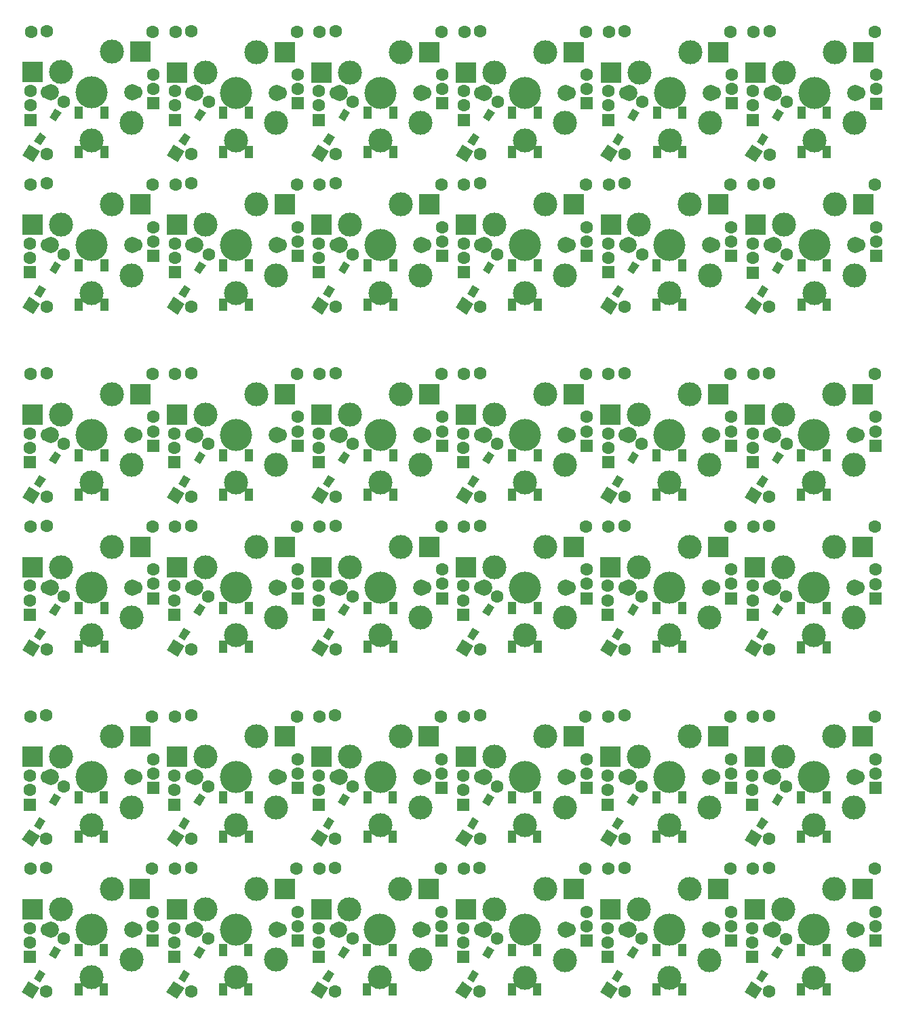
<source format=gbs>
G04 #@! TF.GenerationSoftware,KiCad,Pcbnew,(5.1.5)-3*
G04 #@! TF.CreationDate,2020-05-06T16:20:12+02:00*
G04 #@! TF.ProjectId,plaque,706c6171-7565-42e6-9b69-6361645f7063,1*
G04 #@! TF.SameCoordinates,Original*
G04 #@! TF.FileFunction,Soldermask,Bot*
G04 #@! TF.FilePolarity,Negative*
%FSLAX46Y46*%
G04 Gerber Fmt 4.6, Leading zero omitted, Abs format (unit mm)*
G04 Created by KiCad (PCBNEW (5.1.5)-3) date 2020-05-06 16:20:12*
%MOMM*%
%LPD*%
G04 APERTURE LIST*
%ADD10C,1.600000*%
%ADD11C,0.100000*%
%ADD12C,2.000000*%
%ADD13C,3.000000*%
%ADD14C,4.000000*%
%ADD15R,2.550000X2.500000*%
%ADD16R,1.000000X1.500000*%
%ADD17C,1.701800*%
%ADD18C,3.429000*%
%ADD19R,1.600000X1.600000*%
G04 APERTURE END LIST*
D10*
X125084040Y-129200920D03*
X123002040Y-123100920D03*
D11*
G36*
X123378913Y-130155473D02*
G01*
X122029487Y-129295793D01*
X122889167Y-127946367D01*
X124238593Y-128806047D01*
X123378913Y-130155473D01*
G37*
D10*
X127228263Y-122624277D03*
D12*
X135764040Y-121500920D03*
D13*
X133224040Y-116420920D03*
D14*
X130684040Y-121500920D03*
D13*
X126874040Y-118960920D03*
D12*
X125604040Y-121500920D03*
D15*
X136774040Y-116420920D03*
X123324040Y-118960920D03*
D10*
X104957880Y-121298380D03*
X107039880Y-129198380D03*
X104957880Y-123098380D03*
D16*
X111028480Y-128922780D03*
X114228480Y-128922780D03*
X111028480Y-124022780D03*
X114228480Y-124022780D03*
D11*
G36*
X106241246Y-128101802D02*
G01*
X105440024Y-127591367D01*
X106138514Y-126494958D01*
X106939736Y-127005393D01*
X106241246Y-128101802D01*
G37*
G36*
X108148660Y-125107762D02*
G01*
X107347438Y-124597327D01*
X108045928Y-123500918D01*
X108847150Y-124011353D01*
X108148660Y-125107762D01*
G37*
D17*
X118139880Y-121498380D03*
X107139880Y-121498380D03*
D13*
X117639880Y-125248380D03*
D18*
X112639880Y-121498380D03*
D13*
X112639880Y-127448380D03*
D19*
X120339880Y-122848380D03*
D12*
X117712260Y-140530600D03*
D13*
X115172260Y-135450600D03*
D14*
X112632260Y-140530600D03*
D13*
X108822260Y-137990600D03*
D12*
X107552260Y-140530600D03*
D15*
X118722260Y-135450600D03*
X105272260Y-137990600D03*
D17*
X136176420Y-140533140D03*
X125176420Y-140533140D03*
D13*
X135676420Y-144283140D03*
D18*
X130676420Y-140533140D03*
D13*
X130676420Y-146483140D03*
D10*
X125076420Y-148233140D03*
D15*
X123316420Y-137993140D03*
X136766420Y-135453140D03*
D12*
X125596420Y-140533140D03*
D13*
X126866420Y-137993140D03*
D14*
X130676420Y-140533140D03*
D13*
X133216420Y-135453140D03*
D12*
X135756420Y-140533140D03*
D19*
X138384040Y-122850920D03*
D11*
G36*
X105327133Y-149185153D02*
G01*
X103977707Y-148325473D01*
X104837387Y-146976047D01*
X106186813Y-147835727D01*
X105327133Y-149185153D01*
G37*
D10*
X109176483Y-141653957D03*
D11*
G36*
X124277786Y-147136562D02*
G01*
X123476564Y-146626127D01*
X124175054Y-145529718D01*
X124976276Y-146040153D01*
X124277786Y-147136562D01*
G37*
G36*
X126185200Y-144142522D02*
G01*
X125383978Y-143632087D01*
X126082468Y-142535678D01*
X126883690Y-143046113D01*
X126185200Y-144142522D01*
G37*
D19*
X138376420Y-141883140D03*
D16*
X132272640Y-124025320D03*
X129072640Y-124025320D03*
X132272640Y-128925320D03*
X129072640Y-128925320D03*
D10*
X122994420Y-140333140D03*
X125076420Y-132833140D03*
X138376420Y-140083140D03*
X138384040Y-119250920D03*
X123076420Y-132933140D03*
X107032260Y-148230600D03*
X138284040Y-113900920D03*
X104950260Y-142130600D03*
X138376420Y-138283140D03*
X122994420Y-142133140D03*
D11*
G36*
X126192820Y-125110302D02*
G01*
X125391598Y-124599867D01*
X126090088Y-123503458D01*
X126891310Y-124013893D01*
X126192820Y-125110302D01*
G37*
G36*
X124285406Y-128104342D02*
G01*
X123484184Y-127593907D01*
X124182674Y-126497498D01*
X124983896Y-127007933D01*
X124285406Y-128104342D01*
G37*
D13*
X130684040Y-127450920D03*
D18*
X130684040Y-121500920D03*
D13*
X135684040Y-125250920D03*
D17*
X125184040Y-121500920D03*
X136184040Y-121500920D03*
D10*
X127220643Y-141656497D03*
D11*
G36*
X123371293Y-149187693D02*
G01*
X122021867Y-148328013D01*
X122881547Y-146978587D01*
X124230973Y-147838267D01*
X123371293Y-149187693D01*
G37*
D10*
X123002040Y-121300920D03*
X109184103Y-122621737D03*
D11*
G36*
X105334753Y-130152933D02*
G01*
X103985327Y-129293253D01*
X104845007Y-127943827D01*
X106194433Y-128803507D01*
X105334753Y-130152933D01*
G37*
D10*
X123084040Y-113900920D03*
D19*
X122994420Y-143933140D03*
D15*
X105279880Y-118958380D03*
X118729880Y-116418380D03*
D12*
X107559880Y-121498380D03*
D13*
X108829880Y-118958380D03*
D14*
X112639880Y-121498380D03*
D13*
X115179880Y-116418380D03*
D12*
X117719880Y-121498380D03*
D16*
X129065020Y-147957540D03*
X132265020Y-147957540D03*
X129065020Y-143057540D03*
X132265020Y-143057540D03*
D10*
X125084040Y-113800920D03*
X138276420Y-132933140D03*
X107039880Y-113798380D03*
D19*
X123002040Y-124900920D03*
D10*
X104950260Y-140330600D03*
D11*
G36*
X70142766Y-128099262D02*
G01*
X69341544Y-127588827D01*
X70040034Y-126492418D01*
X70841256Y-127002853D01*
X70142766Y-128099262D01*
G37*
G36*
X72050180Y-125105222D02*
G01*
X71248958Y-124594787D01*
X71947448Y-123498378D01*
X72748670Y-124008813D01*
X72050180Y-125105222D01*
G37*
D10*
X70941400Y-113795840D03*
X88977940Y-132830600D03*
D16*
X92966540Y-147955000D03*
X96166540Y-147955000D03*
X92966540Y-143055000D03*
X96166540Y-143055000D03*
D17*
X82041400Y-121495840D03*
X71041400Y-121495840D03*
D13*
X81541400Y-125245840D03*
D18*
X76541400Y-121495840D03*
D13*
X76541400Y-127445840D03*
D19*
X86895940Y-143930600D03*
D10*
X68851780Y-140328060D03*
X91122163Y-141653957D03*
D11*
G36*
X87272813Y-149185153D02*
G01*
X85923387Y-148325473D01*
X86783067Y-146976047D01*
X88132493Y-147835727D01*
X87272813Y-149185153D01*
G37*
D10*
X86895940Y-140330600D03*
D11*
G36*
X88179306Y-147134022D02*
G01*
X87378084Y-146623587D01*
X88076574Y-145527178D01*
X88877796Y-146037613D01*
X88179306Y-147134022D01*
G37*
G36*
X90086720Y-144139982D02*
G01*
X89285498Y-143629547D01*
X89983988Y-142533138D01*
X90785210Y-143043573D01*
X90086720Y-144139982D01*
G37*
D10*
X102285560Y-119248380D03*
D15*
X69181400Y-118955840D03*
X82631400Y-116415840D03*
D12*
X71461400Y-121495840D03*
D13*
X72731400Y-118955840D03*
D14*
X76541400Y-121495840D03*
D13*
X79081400Y-116415840D03*
D12*
X81621400Y-121495840D03*
D16*
X74930000Y-128920240D03*
X78130000Y-128920240D03*
X74930000Y-124020240D03*
X78130000Y-124020240D03*
D10*
X88977940Y-148230600D03*
X70941400Y-129195840D03*
D13*
X94585560Y-127448380D03*
D18*
X94585560Y-121498380D03*
D13*
X99585560Y-125248380D03*
D17*
X89085560Y-121498380D03*
X100085560Y-121498380D03*
D19*
X86903560Y-124898380D03*
D10*
X86895940Y-142130600D03*
X73085623Y-122619197D03*
D11*
G36*
X69236273Y-130150393D02*
G01*
X67886847Y-129290713D01*
X68746527Y-127941287D01*
X70095953Y-128800967D01*
X69236273Y-130150393D01*
G37*
D10*
X68859400Y-123095840D03*
D19*
X102285560Y-122848380D03*
D10*
X88985560Y-113798380D03*
X70933780Y-148228060D03*
D19*
X102277940Y-141880600D03*
D11*
G36*
X90094340Y-125107762D02*
G01*
X89293118Y-124597327D01*
X89991608Y-123500918D01*
X90792830Y-124011353D01*
X90094340Y-125107762D01*
G37*
G36*
X88186926Y-128101802D02*
G01*
X87385704Y-127591367D01*
X88084194Y-126494958D01*
X88885416Y-127005393D01*
X88186926Y-128101802D01*
G37*
D15*
X87217940Y-137990600D03*
X100667940Y-135450600D03*
D12*
X89497940Y-140530600D03*
D13*
X90767940Y-137990600D03*
D14*
X94577940Y-140530600D03*
D13*
X97117940Y-135450600D03*
D12*
X99657940Y-140530600D03*
D16*
X96174160Y-124022780D03*
X92974160Y-124022780D03*
X96174160Y-128922780D03*
X92974160Y-128922780D03*
D10*
X102177940Y-132930600D03*
X86977940Y-132930600D03*
D17*
X100077940Y-140530600D03*
X89077940Y-140530600D03*
D13*
X99577940Y-144280600D03*
D18*
X94577940Y-140530600D03*
D13*
X94577940Y-146480600D03*
D10*
X102185560Y-113898380D03*
D19*
X84241400Y-122845840D03*
D10*
X86985560Y-113898380D03*
X120339880Y-121048380D03*
X120339880Y-119248380D03*
D11*
G36*
X108141040Y-144139982D02*
G01*
X107339818Y-143629547D01*
X108038308Y-142533138D01*
X108839530Y-143043573D01*
X108141040Y-144139982D01*
G37*
G36*
X106233626Y-147134022D02*
G01*
X105432404Y-146623587D01*
X106130894Y-145527178D01*
X106932116Y-146037613D01*
X106233626Y-147134022D01*
G37*
D10*
X105032260Y-132930600D03*
X120232260Y-132930600D03*
X107032260Y-132830600D03*
D19*
X104957880Y-124898380D03*
X120332260Y-141880600D03*
D10*
X120332260Y-140080600D03*
X138384040Y-121050920D03*
D19*
X104950260Y-143930600D03*
D10*
X120239880Y-113898380D03*
X105039880Y-113898380D03*
D16*
X114220860Y-143055000D03*
X111020860Y-143055000D03*
X114220860Y-147955000D03*
X111020860Y-147955000D03*
D13*
X112632260Y-146480600D03*
D18*
X112632260Y-140530600D03*
D13*
X117632260Y-144280600D03*
D17*
X107132260Y-140530600D03*
X118132260Y-140530600D03*
D19*
X68851780Y-143928060D03*
D10*
X70933780Y-132828060D03*
X102277940Y-138280600D03*
X102285560Y-121048380D03*
X84141400Y-113895840D03*
X84233780Y-138278060D03*
X84233780Y-140078060D03*
X68941400Y-113895840D03*
X102277940Y-140080600D03*
X68933780Y-132928060D03*
D13*
X76533780Y-146478060D03*
D18*
X76533780Y-140528060D03*
D13*
X81533780Y-144278060D03*
D17*
X71033780Y-140528060D03*
X82033780Y-140528060D03*
D16*
X78122380Y-143052460D03*
X74922380Y-143052460D03*
X78122380Y-147952460D03*
X74922380Y-147952460D03*
D10*
X84133780Y-132928060D03*
D19*
X84233780Y-141878060D03*
D10*
X84241400Y-121045840D03*
X84241400Y-119245840D03*
D19*
X68859400Y-124895840D03*
D12*
X81613780Y-140528060D03*
D13*
X79073780Y-135448060D03*
D14*
X76533780Y-140528060D03*
D13*
X72723780Y-137988060D03*
D12*
X71453780Y-140528060D03*
D15*
X82623780Y-135448060D03*
X69173780Y-137988060D03*
D11*
G36*
X69228653Y-149182613D02*
G01*
X67879227Y-148322933D01*
X68738907Y-146973507D01*
X70088333Y-147833187D01*
X69228653Y-149182613D01*
G37*
D10*
X73078003Y-141651417D03*
D11*
G36*
X72042560Y-144137442D02*
G01*
X71241338Y-143627007D01*
X71939828Y-142530598D01*
X72741050Y-143041033D01*
X72042560Y-144137442D01*
G37*
G36*
X70135146Y-147131482D02*
G01*
X69333924Y-146621047D01*
X70032414Y-145524638D01*
X70833636Y-146035073D01*
X70135146Y-147131482D01*
G37*
D10*
X68851780Y-142128060D03*
X120332260Y-138280600D03*
X86903560Y-121298380D03*
X86903560Y-123098380D03*
X68859400Y-121295840D03*
D11*
G36*
X87280433Y-130152933D02*
G01*
X85931007Y-129293253D01*
X86790687Y-127943827D01*
X88140113Y-128803507D01*
X87280433Y-130152933D01*
G37*
D10*
X91129783Y-122621737D03*
X88985560Y-129198380D03*
D12*
X99665560Y-121498380D03*
D13*
X97125560Y-116418380D03*
D14*
X94585560Y-121498380D03*
D13*
X90775560Y-118958380D03*
D12*
X89505560Y-121498380D03*
D15*
X100675560Y-116418380D03*
X87225560Y-118958380D03*
D10*
X50843180Y-123095840D03*
X55069403Y-122619197D03*
D11*
G36*
X51220053Y-130150393D02*
G01*
X49870627Y-129290713D01*
X50730307Y-127941287D01*
X52079733Y-128800967D01*
X51220053Y-130150393D01*
G37*
D15*
X51165180Y-118955840D03*
X64615180Y-116415840D03*
D12*
X53445180Y-121495840D03*
D13*
X54715180Y-118955840D03*
D14*
X58525180Y-121495840D03*
D13*
X61065180Y-116415840D03*
D12*
X63605180Y-121495840D03*
D10*
X52925180Y-129195840D03*
X50843180Y-121295840D03*
X32799020Y-121293300D03*
X34881020Y-129193300D03*
D12*
X45561020Y-121493300D03*
D13*
X43021020Y-116413300D03*
D14*
X40481020Y-121493300D03*
D13*
X36671020Y-118953300D03*
D12*
X35401020Y-121493300D03*
D15*
X46571020Y-116413300D03*
X33121020Y-118953300D03*
D11*
G36*
X33175893Y-130147853D02*
G01*
X31826467Y-129288173D01*
X32686147Y-127938747D01*
X34035573Y-128798427D01*
X33175893Y-130147853D01*
G37*
D10*
X37025243Y-122616657D03*
X32799020Y-123093300D03*
D16*
X42069620Y-124017700D03*
X38869620Y-124017700D03*
X42069620Y-128917700D03*
X38869620Y-128917700D03*
D11*
G36*
X35989800Y-125102682D02*
G01*
X35188578Y-124592247D01*
X35887068Y-123495838D01*
X36688290Y-124006273D01*
X35989800Y-125102682D01*
G37*
G36*
X34082386Y-128096722D02*
G01*
X33281164Y-127586287D01*
X33979654Y-126489878D01*
X34780876Y-127000313D01*
X34082386Y-128096722D01*
G37*
D10*
X34881020Y-113793300D03*
D13*
X40481020Y-127443300D03*
D18*
X40481020Y-121493300D03*
D13*
X45481020Y-125243300D03*
D17*
X34981020Y-121493300D03*
X45981020Y-121493300D03*
D19*
X48181020Y-122843300D03*
D10*
X52925180Y-113795840D03*
D17*
X64025180Y-121495840D03*
X53025180Y-121495840D03*
D13*
X63525180Y-125245840D03*
D18*
X58525180Y-121495840D03*
D13*
X58525180Y-127445840D03*
D10*
X52917560Y-148228060D03*
D12*
X63597560Y-140528060D03*
D13*
X61057560Y-135448060D03*
D14*
X58517560Y-140528060D03*
D13*
X54707560Y-137988060D03*
D12*
X53437560Y-140528060D03*
D15*
X64607560Y-135448060D03*
X51157560Y-137988060D03*
D11*
G36*
X51212433Y-149182613D02*
G01*
X49863007Y-148322933D01*
X50722687Y-146973507D01*
X52072113Y-147833187D01*
X51212433Y-149182613D01*
G37*
D10*
X55061783Y-141651417D03*
X50835560Y-142128060D03*
D19*
X66217560Y-141878060D03*
D10*
X50925180Y-113895840D03*
X52917560Y-132828060D03*
D16*
X56913780Y-128920240D03*
X60113780Y-128920240D03*
X56913780Y-124020240D03*
X60113780Y-124020240D03*
D11*
G36*
X52126546Y-128099262D02*
G01*
X51325324Y-127588827D01*
X52023814Y-126492418D01*
X52825036Y-127002853D01*
X52126546Y-128099262D01*
G37*
G36*
X54033960Y-125105222D02*
G01*
X53232738Y-124594787D01*
X53931228Y-123498378D01*
X54732450Y-124008813D01*
X54033960Y-125105222D01*
G37*
D19*
X66225180Y-122845840D03*
D10*
X50835560Y-140328060D03*
D19*
X50835560Y-143928060D03*
D10*
X66117560Y-132928060D03*
D16*
X60106160Y-143052460D03*
X56906160Y-143052460D03*
X60106160Y-147952460D03*
X56906160Y-147952460D03*
D10*
X32791400Y-140325520D03*
D11*
G36*
X54026340Y-144137442D02*
G01*
X53225118Y-143627007D01*
X53923608Y-142530598D01*
X54724830Y-143041033D01*
X54026340Y-144137442D01*
G37*
G36*
X52118926Y-147131482D02*
G01*
X51317704Y-146621047D01*
X52016194Y-145524638D01*
X52817416Y-146035073D01*
X52118926Y-147131482D01*
G37*
D19*
X50843180Y-124895840D03*
D10*
X34873400Y-148225520D03*
X50917560Y-132928060D03*
D13*
X58517560Y-146478060D03*
D18*
X58517560Y-140528060D03*
D13*
X63517560Y-144278060D03*
D17*
X53017560Y-140528060D03*
X64017560Y-140528060D03*
D10*
X66125180Y-113895840D03*
X66225180Y-119245840D03*
X66217560Y-140078060D03*
X66217560Y-138278060D03*
D15*
X33113400Y-137985520D03*
X46563400Y-135445520D03*
D12*
X35393400Y-140525520D03*
D13*
X36663400Y-137985520D03*
D14*
X40473400Y-140525520D03*
D13*
X43013400Y-135445520D03*
D12*
X45553400Y-140525520D03*
D10*
X37017623Y-141648877D03*
D11*
G36*
X33168273Y-149180073D02*
G01*
X31818847Y-148320393D01*
X32678527Y-146970967D01*
X34027953Y-147830647D01*
X33168273Y-149180073D01*
G37*
D10*
X32791400Y-142125520D03*
X66225180Y-121045840D03*
X48073400Y-132925520D03*
D19*
X32791400Y-143925520D03*
X48173400Y-141875520D03*
D10*
X32881020Y-113893300D03*
D16*
X38862000Y-147949920D03*
X42062000Y-147949920D03*
X38862000Y-143049920D03*
X42062000Y-143049920D03*
D10*
X34873400Y-132825520D03*
X32873400Y-132925520D03*
D17*
X45973400Y-140525520D03*
X34973400Y-140525520D03*
D13*
X45473400Y-144275520D03*
D18*
X40473400Y-140525520D03*
D13*
X40473400Y-146475520D03*
D10*
X48181020Y-121043300D03*
X48181020Y-119243300D03*
X48081020Y-113893300D03*
D19*
X32799020Y-124893300D03*
D11*
G36*
X34074766Y-147128942D02*
G01*
X33273544Y-146618507D01*
X33972034Y-145522098D01*
X34773256Y-146032533D01*
X34074766Y-147128942D01*
G37*
G36*
X35982180Y-144134902D02*
G01*
X35180958Y-143624467D01*
X35879448Y-142528058D01*
X36680670Y-143038493D01*
X35982180Y-144134902D01*
G37*
D10*
X48173400Y-140075520D03*
X48173400Y-138275520D03*
X125111980Y-86493360D03*
X123029980Y-80393360D03*
D11*
G36*
X123406853Y-87447913D02*
G01*
X122057427Y-86588233D01*
X122917107Y-85238807D01*
X124266533Y-86098487D01*
X123406853Y-87447913D01*
G37*
D10*
X127256203Y-79916717D03*
D12*
X135791980Y-78793360D03*
D13*
X133251980Y-73713360D03*
D14*
X130711980Y-78793360D03*
D13*
X126901980Y-76253360D03*
D12*
X125631980Y-78793360D03*
D15*
X136801980Y-73713360D03*
X123351980Y-76253360D03*
D10*
X104985820Y-78590820D03*
X107067820Y-86490820D03*
X104985820Y-80390820D03*
D16*
X111056420Y-86215220D03*
X114256420Y-86215220D03*
X111056420Y-81315220D03*
X114256420Y-81315220D03*
D11*
G36*
X106269186Y-85394242D02*
G01*
X105467964Y-84883807D01*
X106166454Y-83787398D01*
X106967676Y-84297833D01*
X106269186Y-85394242D01*
G37*
G36*
X108176600Y-82400202D02*
G01*
X107375378Y-81889767D01*
X108073868Y-80793358D01*
X108875090Y-81303793D01*
X108176600Y-82400202D01*
G37*
D17*
X118167820Y-78790820D03*
X107167820Y-78790820D03*
D13*
X117667820Y-82540820D03*
D18*
X112667820Y-78790820D03*
D13*
X112667820Y-84740820D03*
D19*
X120367820Y-80140820D03*
D12*
X117740200Y-97823040D03*
D13*
X115200200Y-92743040D03*
D14*
X112660200Y-97823040D03*
D13*
X108850200Y-95283040D03*
D12*
X107580200Y-97823040D03*
D15*
X118750200Y-92743040D03*
X105300200Y-95283040D03*
D17*
X136204360Y-97825580D03*
X125204360Y-97825580D03*
D13*
X135704360Y-101575580D03*
D18*
X130704360Y-97825580D03*
D13*
X130704360Y-103775580D03*
D10*
X125104360Y-105525580D03*
D15*
X123344360Y-95285580D03*
X136794360Y-92745580D03*
D12*
X125624360Y-97825580D03*
D13*
X126894360Y-95285580D03*
D14*
X130704360Y-97825580D03*
D13*
X133244360Y-92745580D03*
D12*
X135784360Y-97825580D03*
D19*
X138411980Y-80143360D03*
D11*
G36*
X105355073Y-106477593D02*
G01*
X104005647Y-105617913D01*
X104865327Y-104268487D01*
X106214753Y-105128167D01*
X105355073Y-106477593D01*
G37*
D10*
X109204423Y-98946397D03*
D11*
G36*
X124305726Y-104429002D02*
G01*
X123504504Y-103918567D01*
X124202994Y-102822158D01*
X125004216Y-103332593D01*
X124305726Y-104429002D01*
G37*
G36*
X126213140Y-101434962D02*
G01*
X125411918Y-100924527D01*
X126110408Y-99828118D01*
X126911630Y-100338553D01*
X126213140Y-101434962D01*
G37*
D19*
X138404360Y-99175580D03*
D16*
X132300580Y-81317760D03*
X129100580Y-81317760D03*
X132300580Y-86217760D03*
X129100580Y-86217760D03*
D10*
X123022360Y-97625580D03*
X125104360Y-90125580D03*
X138404360Y-97375580D03*
X138411980Y-76543360D03*
X123104360Y-90225580D03*
X107060200Y-105523040D03*
X138311980Y-71193360D03*
X104978200Y-99423040D03*
X138404360Y-95575580D03*
X123022360Y-99425580D03*
D11*
G36*
X126220760Y-82402742D02*
G01*
X125419538Y-81892307D01*
X126118028Y-80795898D01*
X126919250Y-81306333D01*
X126220760Y-82402742D01*
G37*
G36*
X124313346Y-85396782D02*
G01*
X123512124Y-84886347D01*
X124210614Y-83789938D01*
X125011836Y-84300373D01*
X124313346Y-85396782D01*
G37*
D13*
X130711980Y-84743360D03*
D18*
X130711980Y-78793360D03*
D13*
X135711980Y-82543360D03*
D17*
X125211980Y-78793360D03*
X136211980Y-78793360D03*
D10*
X127248583Y-98948937D03*
D11*
G36*
X123399233Y-106480133D02*
G01*
X122049807Y-105620453D01*
X122909487Y-104271027D01*
X124258913Y-105130707D01*
X123399233Y-106480133D01*
G37*
D10*
X123029980Y-78593360D03*
X109212043Y-79914177D03*
D11*
G36*
X105362693Y-87445373D02*
G01*
X104013267Y-86585693D01*
X104872947Y-85236267D01*
X106222373Y-86095947D01*
X105362693Y-87445373D01*
G37*
D10*
X123111980Y-71193360D03*
D19*
X123022360Y-101225580D03*
D15*
X105307820Y-76250820D03*
X118757820Y-73710820D03*
D12*
X107587820Y-78790820D03*
D13*
X108857820Y-76250820D03*
D14*
X112667820Y-78790820D03*
D13*
X115207820Y-73710820D03*
D12*
X117747820Y-78790820D03*
D16*
X129092960Y-105249980D03*
X132292960Y-105249980D03*
X129092960Y-100349980D03*
X132292960Y-100349980D03*
D10*
X125111980Y-71093360D03*
X138304360Y-90225580D03*
X107067820Y-71090820D03*
D19*
X123029980Y-82193360D03*
D10*
X104978200Y-97623040D03*
D11*
G36*
X70170706Y-85391702D02*
G01*
X69369484Y-84881267D01*
X70067974Y-83784858D01*
X70869196Y-84295293D01*
X70170706Y-85391702D01*
G37*
G36*
X72078120Y-82397662D02*
G01*
X71276898Y-81887227D01*
X71975388Y-80790818D01*
X72776610Y-81301253D01*
X72078120Y-82397662D01*
G37*
D10*
X70969340Y-71088280D03*
X89005880Y-90123040D03*
D16*
X92994480Y-105247440D03*
X96194480Y-105247440D03*
X92994480Y-100347440D03*
X96194480Y-100347440D03*
D17*
X82069340Y-78788280D03*
X71069340Y-78788280D03*
D13*
X81569340Y-82538280D03*
D18*
X76569340Y-78788280D03*
D13*
X76569340Y-84738280D03*
D19*
X86923880Y-101223040D03*
D10*
X68879720Y-97620500D03*
X91150103Y-98946397D03*
D11*
G36*
X87300753Y-106477593D02*
G01*
X85951327Y-105617913D01*
X86811007Y-104268487D01*
X88160433Y-105128167D01*
X87300753Y-106477593D01*
G37*
D10*
X86923880Y-97623040D03*
D11*
G36*
X88207246Y-104426462D02*
G01*
X87406024Y-103916027D01*
X88104514Y-102819618D01*
X88905736Y-103330053D01*
X88207246Y-104426462D01*
G37*
G36*
X90114660Y-101432422D02*
G01*
X89313438Y-100921987D01*
X90011928Y-99825578D01*
X90813150Y-100336013D01*
X90114660Y-101432422D01*
G37*
D10*
X102313500Y-76540820D03*
D15*
X69209340Y-76248280D03*
X82659340Y-73708280D03*
D12*
X71489340Y-78788280D03*
D13*
X72759340Y-76248280D03*
D14*
X76569340Y-78788280D03*
D13*
X79109340Y-73708280D03*
D12*
X81649340Y-78788280D03*
D16*
X74957940Y-86212680D03*
X78157940Y-86212680D03*
X74957940Y-81312680D03*
X78157940Y-81312680D03*
D10*
X89005880Y-105523040D03*
X70969340Y-86488280D03*
D13*
X94613500Y-84740820D03*
D18*
X94613500Y-78790820D03*
D13*
X99613500Y-82540820D03*
D17*
X89113500Y-78790820D03*
X100113500Y-78790820D03*
D19*
X86931500Y-82190820D03*
D10*
X86923880Y-99423040D03*
X73113563Y-79911637D03*
D11*
G36*
X69264213Y-87442833D02*
G01*
X67914787Y-86583153D01*
X68774467Y-85233727D01*
X70123893Y-86093407D01*
X69264213Y-87442833D01*
G37*
D10*
X68887340Y-80388280D03*
D19*
X102313500Y-80140820D03*
D10*
X89013500Y-71090820D03*
X70961720Y-105520500D03*
D19*
X102305880Y-99173040D03*
D11*
G36*
X90122280Y-82400202D02*
G01*
X89321058Y-81889767D01*
X90019548Y-80793358D01*
X90820770Y-81303793D01*
X90122280Y-82400202D01*
G37*
G36*
X88214866Y-85394242D02*
G01*
X87413644Y-84883807D01*
X88112134Y-83787398D01*
X88913356Y-84297833D01*
X88214866Y-85394242D01*
G37*
D15*
X87245880Y-95283040D03*
X100695880Y-92743040D03*
D12*
X89525880Y-97823040D03*
D13*
X90795880Y-95283040D03*
D14*
X94605880Y-97823040D03*
D13*
X97145880Y-92743040D03*
D12*
X99685880Y-97823040D03*
D16*
X96202100Y-81315220D03*
X93002100Y-81315220D03*
X96202100Y-86215220D03*
X93002100Y-86215220D03*
D10*
X102205880Y-90223040D03*
X87005880Y-90223040D03*
D17*
X100105880Y-97823040D03*
X89105880Y-97823040D03*
D13*
X99605880Y-101573040D03*
D18*
X94605880Y-97823040D03*
D13*
X94605880Y-103773040D03*
D10*
X102213500Y-71190820D03*
D19*
X84269340Y-80138280D03*
D10*
X87013500Y-71190820D03*
X120367820Y-78340820D03*
X120367820Y-76540820D03*
D11*
G36*
X108168980Y-101432422D02*
G01*
X107367758Y-100921987D01*
X108066248Y-99825578D01*
X108867470Y-100336013D01*
X108168980Y-101432422D01*
G37*
G36*
X106261566Y-104426462D02*
G01*
X105460344Y-103916027D01*
X106158834Y-102819618D01*
X106960056Y-103330053D01*
X106261566Y-104426462D01*
G37*
D10*
X105060200Y-90223040D03*
X120260200Y-90223040D03*
X107060200Y-90123040D03*
D19*
X104985820Y-82190820D03*
X120360200Y-99173040D03*
D10*
X120360200Y-97373040D03*
X138411980Y-78343360D03*
D19*
X104978200Y-101223040D03*
D10*
X120267820Y-71190820D03*
X105067820Y-71190820D03*
D16*
X114248800Y-100347440D03*
X111048800Y-100347440D03*
X114248800Y-105247440D03*
X111048800Y-105247440D03*
D13*
X112660200Y-103773040D03*
D18*
X112660200Y-97823040D03*
D13*
X117660200Y-101573040D03*
D17*
X107160200Y-97823040D03*
X118160200Y-97823040D03*
D19*
X68879720Y-101220500D03*
D10*
X70961720Y-90120500D03*
X102305880Y-95573040D03*
X102313500Y-78340820D03*
X84169340Y-71188280D03*
X84261720Y-95570500D03*
X84261720Y-97370500D03*
X68969340Y-71188280D03*
X102305880Y-97373040D03*
X68961720Y-90220500D03*
D13*
X76561720Y-103770500D03*
D18*
X76561720Y-97820500D03*
D13*
X81561720Y-101570500D03*
D17*
X71061720Y-97820500D03*
X82061720Y-97820500D03*
D16*
X78150320Y-100344900D03*
X74950320Y-100344900D03*
X78150320Y-105244900D03*
X74950320Y-105244900D03*
D10*
X84161720Y-90220500D03*
D19*
X84261720Y-99170500D03*
D10*
X84269340Y-78338280D03*
X84269340Y-76538280D03*
D19*
X68887340Y-82188280D03*
D12*
X81641720Y-97820500D03*
D13*
X79101720Y-92740500D03*
D14*
X76561720Y-97820500D03*
D13*
X72751720Y-95280500D03*
D12*
X71481720Y-97820500D03*
D15*
X82651720Y-92740500D03*
X69201720Y-95280500D03*
D11*
G36*
X69256593Y-106475053D02*
G01*
X67907167Y-105615373D01*
X68766847Y-104265947D01*
X70116273Y-105125627D01*
X69256593Y-106475053D01*
G37*
D10*
X73105943Y-98943857D03*
D11*
G36*
X72070500Y-101429882D02*
G01*
X71269278Y-100919447D01*
X71967768Y-99823038D01*
X72768990Y-100333473D01*
X72070500Y-101429882D01*
G37*
G36*
X70163086Y-104423922D02*
G01*
X69361864Y-103913487D01*
X70060354Y-102817078D01*
X70861576Y-103327513D01*
X70163086Y-104423922D01*
G37*
D10*
X68879720Y-99420500D03*
X120360200Y-95573040D03*
X86931500Y-78590820D03*
X86931500Y-80390820D03*
X68887340Y-78588280D03*
D11*
G36*
X87308373Y-87445373D02*
G01*
X85958947Y-86585693D01*
X86818627Y-85236267D01*
X88168053Y-86095947D01*
X87308373Y-87445373D01*
G37*
D10*
X91157723Y-79914177D03*
X89013500Y-86490820D03*
D12*
X99693500Y-78790820D03*
D13*
X97153500Y-73710820D03*
D14*
X94613500Y-78790820D03*
D13*
X90803500Y-76250820D03*
D12*
X89533500Y-78790820D03*
D15*
X100703500Y-73710820D03*
X87253500Y-76250820D03*
D10*
X50871120Y-80388280D03*
X55097343Y-79911637D03*
D11*
G36*
X51247993Y-87442833D02*
G01*
X49898567Y-86583153D01*
X50758247Y-85233727D01*
X52107673Y-86093407D01*
X51247993Y-87442833D01*
G37*
D15*
X51193120Y-76248280D03*
X64643120Y-73708280D03*
D12*
X53473120Y-78788280D03*
D13*
X54743120Y-76248280D03*
D14*
X58553120Y-78788280D03*
D13*
X61093120Y-73708280D03*
D12*
X63633120Y-78788280D03*
D10*
X52953120Y-86488280D03*
X50871120Y-78588280D03*
X32826960Y-78585740D03*
X34908960Y-86485740D03*
D12*
X45588960Y-78785740D03*
D13*
X43048960Y-73705740D03*
D14*
X40508960Y-78785740D03*
D13*
X36698960Y-76245740D03*
D12*
X35428960Y-78785740D03*
D15*
X46598960Y-73705740D03*
X33148960Y-76245740D03*
D11*
G36*
X33203833Y-87440293D02*
G01*
X31854407Y-86580613D01*
X32714087Y-85231187D01*
X34063513Y-86090867D01*
X33203833Y-87440293D01*
G37*
D10*
X37053183Y-79909097D03*
X32826960Y-80385740D03*
D16*
X42097560Y-81310140D03*
X38897560Y-81310140D03*
X42097560Y-86210140D03*
X38897560Y-86210140D03*
D11*
G36*
X36017740Y-82395122D02*
G01*
X35216518Y-81884687D01*
X35915008Y-80788278D01*
X36716230Y-81298713D01*
X36017740Y-82395122D01*
G37*
G36*
X34110326Y-85389162D02*
G01*
X33309104Y-84878727D01*
X34007594Y-83782318D01*
X34808816Y-84292753D01*
X34110326Y-85389162D01*
G37*
D10*
X34908960Y-71085740D03*
D13*
X40508960Y-84735740D03*
D18*
X40508960Y-78785740D03*
D13*
X45508960Y-82535740D03*
D17*
X35008960Y-78785740D03*
X46008960Y-78785740D03*
D19*
X48208960Y-80135740D03*
D10*
X52953120Y-71088280D03*
D17*
X64053120Y-78788280D03*
X53053120Y-78788280D03*
D13*
X63553120Y-82538280D03*
D18*
X58553120Y-78788280D03*
D13*
X58553120Y-84738280D03*
D10*
X52945500Y-105520500D03*
D12*
X63625500Y-97820500D03*
D13*
X61085500Y-92740500D03*
D14*
X58545500Y-97820500D03*
D13*
X54735500Y-95280500D03*
D12*
X53465500Y-97820500D03*
D15*
X64635500Y-92740500D03*
X51185500Y-95280500D03*
D11*
G36*
X51240373Y-106475053D02*
G01*
X49890947Y-105615373D01*
X50750627Y-104265947D01*
X52100053Y-105125627D01*
X51240373Y-106475053D01*
G37*
D10*
X55089723Y-98943857D03*
X50863500Y-99420500D03*
D19*
X66245500Y-99170500D03*
D10*
X50953120Y-71188280D03*
X52945500Y-90120500D03*
D16*
X56941720Y-86212680D03*
X60141720Y-86212680D03*
X56941720Y-81312680D03*
X60141720Y-81312680D03*
D11*
G36*
X52154486Y-85391702D02*
G01*
X51353264Y-84881267D01*
X52051754Y-83784858D01*
X52852976Y-84295293D01*
X52154486Y-85391702D01*
G37*
G36*
X54061900Y-82397662D02*
G01*
X53260678Y-81887227D01*
X53959168Y-80790818D01*
X54760390Y-81301253D01*
X54061900Y-82397662D01*
G37*
D19*
X66253120Y-80138280D03*
D10*
X50863500Y-97620500D03*
D19*
X50863500Y-101220500D03*
D10*
X66145500Y-90220500D03*
D16*
X60134100Y-100344900D03*
X56934100Y-100344900D03*
X60134100Y-105244900D03*
X56934100Y-105244900D03*
D10*
X32819340Y-97617960D03*
D11*
G36*
X54054280Y-101429882D02*
G01*
X53253058Y-100919447D01*
X53951548Y-99823038D01*
X54752770Y-100333473D01*
X54054280Y-101429882D01*
G37*
G36*
X52146866Y-104423922D02*
G01*
X51345644Y-103913487D01*
X52044134Y-102817078D01*
X52845356Y-103327513D01*
X52146866Y-104423922D01*
G37*
D19*
X50871120Y-82188280D03*
D10*
X34901340Y-105517960D03*
X50945500Y-90220500D03*
D13*
X58545500Y-103770500D03*
D18*
X58545500Y-97820500D03*
D13*
X63545500Y-101570500D03*
D17*
X53045500Y-97820500D03*
X64045500Y-97820500D03*
D10*
X66153120Y-71188280D03*
X66253120Y-76538280D03*
X66245500Y-97370500D03*
X66245500Y-95570500D03*
D15*
X33141340Y-95277960D03*
X46591340Y-92737960D03*
D12*
X35421340Y-97817960D03*
D13*
X36691340Y-95277960D03*
D14*
X40501340Y-97817960D03*
D13*
X43041340Y-92737960D03*
D12*
X45581340Y-97817960D03*
D10*
X37045563Y-98941317D03*
D11*
G36*
X33196213Y-106472513D02*
G01*
X31846787Y-105612833D01*
X32706467Y-104263407D01*
X34055893Y-105123087D01*
X33196213Y-106472513D01*
G37*
D10*
X32819340Y-99417960D03*
X66253120Y-78338280D03*
X48101340Y-90217960D03*
D19*
X32819340Y-101217960D03*
X48201340Y-99167960D03*
D10*
X32908960Y-71185740D03*
D16*
X38889940Y-105242360D03*
X42089940Y-105242360D03*
X38889940Y-100342360D03*
X42089940Y-100342360D03*
D10*
X34901340Y-90117960D03*
X32901340Y-90217960D03*
D17*
X46001340Y-97817960D03*
X35001340Y-97817960D03*
D13*
X45501340Y-101567960D03*
D18*
X40501340Y-97817960D03*
D13*
X40501340Y-103767960D03*
D10*
X48208960Y-78335740D03*
X48208960Y-76535740D03*
X48108960Y-71185740D03*
D19*
X32826960Y-82185740D03*
D11*
G36*
X34102706Y-104421382D02*
G01*
X33301484Y-103910947D01*
X33999974Y-102814538D01*
X34801196Y-103324973D01*
X34102706Y-104421382D01*
G37*
G36*
X36010120Y-101427342D02*
G01*
X35208898Y-100916907D01*
X35907388Y-99820498D01*
X36708610Y-100330933D01*
X36010120Y-101427342D01*
G37*
D10*
X48201340Y-97367960D03*
X48201340Y-95567960D03*
X123057920Y-37680720D03*
X127284143Y-37204077D03*
D11*
G36*
X123434793Y-44735273D02*
G01*
X122085367Y-43875593D01*
X122945047Y-42526167D01*
X124294473Y-43385847D01*
X123434793Y-44735273D01*
G37*
D15*
X123379920Y-33540720D03*
X136829920Y-31000720D03*
D12*
X125659920Y-36080720D03*
D13*
X126929920Y-33540720D03*
D14*
X130739920Y-36080720D03*
D13*
X133279920Y-31000720D03*
D12*
X135819920Y-36080720D03*
D10*
X125139920Y-43780720D03*
X123057920Y-35880720D03*
X105013760Y-35878180D03*
X107095760Y-43778180D03*
D12*
X117775760Y-36078180D03*
D13*
X115235760Y-30998180D03*
D14*
X112695760Y-36078180D03*
D13*
X108885760Y-33538180D03*
D12*
X107615760Y-36078180D03*
D15*
X118785760Y-30998180D03*
X105335760Y-33538180D03*
D11*
G36*
X105390633Y-44732733D02*
G01*
X104041207Y-43873053D01*
X104900887Y-42523627D01*
X106250313Y-43383307D01*
X105390633Y-44732733D01*
G37*
D10*
X109239983Y-37201537D03*
X105013760Y-37678180D03*
D16*
X114284360Y-38602580D03*
X111084360Y-38602580D03*
X114284360Y-43502580D03*
X111084360Y-43502580D03*
D11*
G36*
X108204540Y-39687562D02*
G01*
X107403318Y-39177127D01*
X108101808Y-38080718D01*
X108903030Y-38591153D01*
X108204540Y-39687562D01*
G37*
G36*
X106297126Y-42681602D02*
G01*
X105495904Y-42171167D01*
X106194394Y-41074758D01*
X106995616Y-41585193D01*
X106297126Y-42681602D01*
G37*
D10*
X107095760Y-28378180D03*
D13*
X112695760Y-42028180D03*
D18*
X112695760Y-36078180D03*
D13*
X117695760Y-39828180D03*
D17*
X107195760Y-36078180D03*
X118195760Y-36078180D03*
D19*
X120395760Y-37428180D03*
D10*
X125139920Y-28380720D03*
D17*
X136239920Y-36080720D03*
X125239920Y-36080720D03*
D13*
X135739920Y-39830720D03*
D18*
X130739920Y-36080720D03*
D13*
X130739920Y-42030720D03*
D10*
X125132300Y-62812940D03*
D12*
X135812300Y-55112940D03*
D13*
X133272300Y-50032940D03*
D14*
X130732300Y-55112940D03*
D13*
X126922300Y-52572940D03*
D12*
X125652300Y-55112940D03*
D15*
X136822300Y-50032940D03*
X123372300Y-52572940D03*
D11*
G36*
X123427173Y-63767493D02*
G01*
X122077747Y-62907813D01*
X122937427Y-61558387D01*
X124286853Y-62418067D01*
X123427173Y-63767493D01*
G37*
D10*
X127276523Y-56236297D03*
X123050300Y-56712940D03*
D19*
X138432300Y-56462940D03*
D10*
X123139920Y-28480720D03*
X125132300Y-47412940D03*
D16*
X129128520Y-43505120D03*
X132328520Y-43505120D03*
X129128520Y-38605120D03*
X132328520Y-38605120D03*
D11*
G36*
X124341286Y-42684142D02*
G01*
X123540064Y-42173707D01*
X124238554Y-41077298D01*
X125039776Y-41587733D01*
X124341286Y-42684142D01*
G37*
G36*
X126248700Y-39690102D02*
G01*
X125447478Y-39179667D01*
X126145968Y-38083258D01*
X126947190Y-38593693D01*
X126248700Y-39690102D01*
G37*
D19*
X138439920Y-37430720D03*
D10*
X123050300Y-54912940D03*
D19*
X123050300Y-58512940D03*
D10*
X138332300Y-47512940D03*
D16*
X132320900Y-57637340D03*
X129120900Y-57637340D03*
X132320900Y-62537340D03*
X129120900Y-62537340D03*
D10*
X105006140Y-54910400D03*
D11*
G36*
X126241080Y-58722322D02*
G01*
X125439858Y-58211887D01*
X126138348Y-57115478D01*
X126939570Y-57625913D01*
X126241080Y-58722322D01*
G37*
G36*
X124333666Y-61716362D02*
G01*
X123532444Y-61205927D01*
X124230934Y-60109518D01*
X125032156Y-60619953D01*
X124333666Y-61716362D01*
G37*
D19*
X123057920Y-39480720D03*
D10*
X107088140Y-62810400D03*
X123132300Y-47512940D03*
D13*
X130732300Y-61062940D03*
D18*
X130732300Y-55112940D03*
D13*
X135732300Y-58862940D03*
D17*
X125232300Y-55112940D03*
X136232300Y-55112940D03*
D10*
X138339920Y-28480720D03*
X138439920Y-33830720D03*
X138432300Y-54662940D03*
X138432300Y-52862940D03*
D15*
X105328140Y-52570400D03*
X118778140Y-50030400D03*
D12*
X107608140Y-55110400D03*
D13*
X108878140Y-52570400D03*
D14*
X112688140Y-55110400D03*
D13*
X115228140Y-50030400D03*
D12*
X117768140Y-55110400D03*
D10*
X109232363Y-56233757D03*
D11*
G36*
X105383013Y-63764953D02*
G01*
X104033587Y-62905273D01*
X104893267Y-61555847D01*
X106242693Y-62415527D01*
X105383013Y-63764953D01*
G37*
D10*
X105006140Y-56710400D03*
X138439920Y-35630720D03*
X120288140Y-47510400D03*
D19*
X105006140Y-58510400D03*
X120388140Y-56460400D03*
D10*
X105095760Y-28478180D03*
D16*
X111076740Y-62534800D03*
X114276740Y-62534800D03*
X111076740Y-57634800D03*
X114276740Y-57634800D03*
D10*
X107088140Y-47410400D03*
X105088140Y-47510400D03*
D17*
X118188140Y-55110400D03*
X107188140Y-55110400D03*
D13*
X117688140Y-58860400D03*
D18*
X112688140Y-55110400D03*
D13*
X112688140Y-61060400D03*
D10*
X120395760Y-35628180D03*
X120395760Y-33828180D03*
X120295760Y-28478180D03*
D19*
X105013760Y-39478180D03*
D11*
G36*
X106289506Y-61713822D02*
G01*
X105488284Y-61203387D01*
X106186774Y-60106978D01*
X106987996Y-60617413D01*
X106289506Y-61713822D01*
G37*
G36*
X108196920Y-58719782D02*
G01*
X107395698Y-58209347D01*
X108094188Y-57112938D01*
X108895410Y-57623373D01*
X108196920Y-58719782D01*
G37*
D10*
X120388140Y-54660400D03*
X120388140Y-52860400D03*
X86959440Y-37678180D03*
X91185663Y-37201537D03*
D11*
G36*
X87336313Y-44732733D02*
G01*
X85986887Y-43873053D01*
X86846567Y-42523627D01*
X88195993Y-43383307D01*
X87336313Y-44732733D01*
G37*
D15*
X87281440Y-33538180D03*
X100731440Y-30998180D03*
D12*
X89561440Y-36078180D03*
D13*
X90831440Y-33538180D03*
D14*
X94641440Y-36078180D03*
D13*
X97181440Y-30998180D03*
D12*
X99721440Y-36078180D03*
D10*
X89041440Y-43778180D03*
X86959440Y-35878180D03*
X68915280Y-35875640D03*
X70997280Y-43775640D03*
D12*
X81677280Y-36075640D03*
D13*
X79137280Y-30995640D03*
D14*
X76597280Y-36075640D03*
D13*
X72787280Y-33535640D03*
D12*
X71517280Y-36075640D03*
D15*
X82687280Y-30995640D03*
X69237280Y-33535640D03*
D11*
G36*
X69292153Y-44730193D02*
G01*
X67942727Y-43870513D01*
X68802407Y-42521087D01*
X70151833Y-43380767D01*
X69292153Y-44730193D01*
G37*
D10*
X73141503Y-37198997D03*
X68915280Y-37675640D03*
D16*
X78185880Y-38600040D03*
X74985880Y-38600040D03*
X78185880Y-43500040D03*
X74985880Y-43500040D03*
D11*
G36*
X72106060Y-39685022D02*
G01*
X71304838Y-39174587D01*
X72003328Y-38078178D01*
X72804550Y-38588613D01*
X72106060Y-39685022D01*
G37*
G36*
X70198646Y-42679062D02*
G01*
X69397424Y-42168627D01*
X70095914Y-41072218D01*
X70897136Y-41582653D01*
X70198646Y-42679062D01*
G37*
D10*
X70997280Y-28375640D03*
D13*
X76597280Y-42025640D03*
D18*
X76597280Y-36075640D03*
D13*
X81597280Y-39825640D03*
D17*
X71097280Y-36075640D03*
X82097280Y-36075640D03*
D19*
X84297280Y-37425640D03*
D10*
X89041440Y-28378180D03*
D17*
X100141440Y-36078180D03*
X89141440Y-36078180D03*
D13*
X99641440Y-39828180D03*
D18*
X94641440Y-36078180D03*
D13*
X94641440Y-42028180D03*
D10*
X89033820Y-62810400D03*
D12*
X99713820Y-55110400D03*
D13*
X97173820Y-50030400D03*
D14*
X94633820Y-55110400D03*
D13*
X90823820Y-52570400D03*
D12*
X89553820Y-55110400D03*
D15*
X100723820Y-50030400D03*
X87273820Y-52570400D03*
D11*
G36*
X87328693Y-63764953D02*
G01*
X85979267Y-62905273D01*
X86838947Y-61555847D01*
X88188373Y-62415527D01*
X87328693Y-63764953D01*
G37*
D10*
X91178043Y-56233757D03*
X86951820Y-56710400D03*
D19*
X102333820Y-56460400D03*
D10*
X87041440Y-28478180D03*
X89033820Y-47410400D03*
D16*
X93030040Y-43502580D03*
X96230040Y-43502580D03*
X93030040Y-38602580D03*
X96230040Y-38602580D03*
D11*
G36*
X88242806Y-42681602D02*
G01*
X87441584Y-42171167D01*
X88140074Y-41074758D01*
X88941296Y-41585193D01*
X88242806Y-42681602D01*
G37*
G36*
X90150220Y-39687562D02*
G01*
X89348998Y-39177127D01*
X90047488Y-38080718D01*
X90848710Y-38591153D01*
X90150220Y-39687562D01*
G37*
D19*
X102341440Y-37428180D03*
D10*
X86951820Y-54910400D03*
D19*
X86951820Y-58510400D03*
D10*
X102233820Y-47510400D03*
D16*
X96222420Y-57634800D03*
X93022420Y-57634800D03*
X96222420Y-62534800D03*
X93022420Y-62534800D03*
D10*
X68907660Y-54907860D03*
D11*
G36*
X90142600Y-58719782D02*
G01*
X89341378Y-58209347D01*
X90039868Y-57112938D01*
X90841090Y-57623373D01*
X90142600Y-58719782D01*
G37*
G36*
X88235186Y-61713822D02*
G01*
X87433964Y-61203387D01*
X88132454Y-60106978D01*
X88933676Y-60617413D01*
X88235186Y-61713822D01*
G37*
D19*
X86959440Y-39478180D03*
D10*
X70989660Y-62807860D03*
X87033820Y-47510400D03*
D13*
X94633820Y-61060400D03*
D18*
X94633820Y-55110400D03*
D13*
X99633820Y-58860400D03*
D17*
X89133820Y-55110400D03*
X100133820Y-55110400D03*
D10*
X102241440Y-28478180D03*
X102341440Y-33828180D03*
X102333820Y-54660400D03*
X102333820Y-52860400D03*
D15*
X69229660Y-52567860D03*
X82679660Y-50027860D03*
D12*
X71509660Y-55107860D03*
D13*
X72779660Y-52567860D03*
D14*
X76589660Y-55107860D03*
D13*
X79129660Y-50027860D03*
D12*
X81669660Y-55107860D03*
D10*
X73133883Y-56231217D03*
D11*
G36*
X69284533Y-63762413D02*
G01*
X67935107Y-62902733D01*
X68794787Y-61553307D01*
X70144213Y-62412987D01*
X69284533Y-63762413D01*
G37*
D10*
X68907660Y-56707860D03*
X102341440Y-35628180D03*
X84189660Y-47507860D03*
D19*
X68907660Y-58507860D03*
X84289660Y-56457860D03*
D10*
X68997280Y-28475640D03*
D16*
X74978260Y-62532260D03*
X78178260Y-62532260D03*
X74978260Y-57632260D03*
X78178260Y-57632260D03*
D10*
X70989660Y-47407860D03*
X68989660Y-47507860D03*
D17*
X82089660Y-55107860D03*
X71089660Y-55107860D03*
D13*
X81589660Y-58857860D03*
D18*
X76589660Y-55107860D03*
D13*
X76589660Y-61057860D03*
D10*
X84297280Y-35625640D03*
X84297280Y-33825640D03*
X84197280Y-28475640D03*
D19*
X68915280Y-39475640D03*
D11*
G36*
X70191026Y-61711282D02*
G01*
X69389804Y-61200847D01*
X70088294Y-60104438D01*
X70889516Y-60614873D01*
X70191026Y-61711282D01*
G37*
G36*
X72098440Y-58717242D02*
G01*
X71297218Y-58206807D01*
X71995708Y-57110398D01*
X72796930Y-57620833D01*
X72098440Y-58717242D01*
G37*
D10*
X84289660Y-54657860D03*
X84289660Y-52857860D03*
X50899060Y-35875640D03*
X52981060Y-43775640D03*
D12*
X63661060Y-36075640D03*
D13*
X61121060Y-30995640D03*
D14*
X58581060Y-36075640D03*
D13*
X54771060Y-33535640D03*
D12*
X53501060Y-36075640D03*
D15*
X64671060Y-30995640D03*
X51221060Y-33535640D03*
D11*
G36*
X51275933Y-44730193D02*
G01*
X49926507Y-43870513D01*
X50786187Y-42521087D01*
X52135613Y-43380767D01*
X51275933Y-44730193D01*
G37*
D10*
X55125283Y-37198997D03*
X50899060Y-37675640D03*
D16*
X60169660Y-38600040D03*
X56969660Y-38600040D03*
X60169660Y-43500040D03*
X56969660Y-43500040D03*
D11*
G36*
X54089840Y-39685022D02*
G01*
X53288618Y-39174587D01*
X53987108Y-38078178D01*
X54788330Y-38588613D01*
X54089840Y-39685022D01*
G37*
G36*
X52182426Y-42679062D02*
G01*
X51381204Y-42168627D01*
X52079694Y-41072218D01*
X52880916Y-41582653D01*
X52182426Y-42679062D01*
G37*
D10*
X52981060Y-28375640D03*
D13*
X58581060Y-42025640D03*
D18*
X58581060Y-36075640D03*
D13*
X63581060Y-39825640D03*
D17*
X53081060Y-36075640D03*
X64081060Y-36075640D03*
D19*
X66281060Y-37425640D03*
D10*
X50891440Y-54907860D03*
X52973440Y-62807860D03*
D15*
X51213440Y-52567860D03*
X64663440Y-50027860D03*
D12*
X53493440Y-55107860D03*
D13*
X54763440Y-52567860D03*
D14*
X58573440Y-55107860D03*
D13*
X61113440Y-50027860D03*
D12*
X63653440Y-55107860D03*
D10*
X55117663Y-56231217D03*
D11*
G36*
X51268313Y-63762413D02*
G01*
X49918887Y-62902733D01*
X50778567Y-61553307D01*
X52127993Y-62412987D01*
X51268313Y-63762413D01*
G37*
D10*
X50891440Y-56707860D03*
X66173440Y-47507860D03*
D19*
X50891440Y-58507860D03*
X66273440Y-56457860D03*
D10*
X50981060Y-28475640D03*
D16*
X56962040Y-62532260D03*
X60162040Y-62532260D03*
X56962040Y-57632260D03*
X60162040Y-57632260D03*
D10*
X52973440Y-47407860D03*
X50973440Y-47507860D03*
D17*
X64073440Y-55107860D03*
X53073440Y-55107860D03*
D13*
X63573440Y-58857860D03*
D18*
X58573440Y-55107860D03*
D13*
X58573440Y-61057860D03*
D10*
X66281060Y-35625640D03*
X66281060Y-33825640D03*
X66181060Y-28475640D03*
D19*
X50899060Y-39475640D03*
D11*
G36*
X52174806Y-61711282D02*
G01*
X51373584Y-61200847D01*
X52072074Y-60104438D01*
X52873296Y-60614873D01*
X52174806Y-61711282D01*
G37*
G36*
X54082220Y-58717242D02*
G01*
X53280998Y-58206807D01*
X53979488Y-57110398D01*
X54780710Y-57620833D01*
X54082220Y-58717242D01*
G37*
D10*
X66273440Y-54657860D03*
X66273440Y-52857860D03*
X32847280Y-54905320D03*
X34929280Y-62805320D03*
D12*
X45609280Y-55105320D03*
D13*
X43069280Y-50025320D03*
D14*
X40529280Y-55105320D03*
D13*
X36719280Y-52565320D03*
D12*
X35449280Y-55105320D03*
D15*
X46619280Y-50025320D03*
X33169280Y-52565320D03*
D11*
G36*
X33224153Y-63759873D02*
G01*
X31874727Y-62900193D01*
X32734407Y-61550767D01*
X34083833Y-62410447D01*
X33224153Y-63759873D01*
G37*
D10*
X37073503Y-56228677D03*
X32847280Y-56705320D03*
D16*
X42117880Y-57629720D03*
X38917880Y-57629720D03*
X42117880Y-62529720D03*
X38917880Y-62529720D03*
D11*
G36*
X36038060Y-58714702D02*
G01*
X35236838Y-58204267D01*
X35935328Y-57107858D01*
X36736550Y-57618293D01*
X36038060Y-58714702D01*
G37*
G36*
X34130646Y-61708742D02*
G01*
X33329424Y-61198307D01*
X34027914Y-60101898D01*
X34829136Y-60612333D01*
X34130646Y-61708742D01*
G37*
D10*
X34929280Y-47405320D03*
D13*
X40529280Y-61055320D03*
D18*
X40529280Y-55105320D03*
D13*
X45529280Y-58855320D03*
D17*
X35029280Y-55105320D03*
X46029280Y-55105320D03*
D19*
X48229280Y-56455320D03*
D10*
X32929280Y-47505320D03*
X48229280Y-54655320D03*
X48229280Y-52855320D03*
X48129280Y-47505320D03*
D19*
X32847280Y-58505320D03*
D10*
X32936900Y-28473100D03*
X48136900Y-28473100D03*
X48236900Y-35623100D03*
D19*
X32854900Y-39473100D03*
D10*
X48236900Y-33823100D03*
X32854900Y-37673100D03*
X34936900Y-28373100D03*
D19*
X48236900Y-37423100D03*
D10*
X32854900Y-35873100D03*
X34936900Y-43773100D03*
D11*
G36*
X34138266Y-42676522D02*
G01*
X33337044Y-42166087D01*
X34035534Y-41069678D01*
X34836756Y-41580113D01*
X34138266Y-42676522D01*
G37*
G36*
X36045680Y-39682482D02*
G01*
X35244458Y-39172047D01*
X35942948Y-38075638D01*
X36744170Y-38586073D01*
X36045680Y-39682482D01*
G37*
D16*
X38925500Y-43497500D03*
X42125500Y-43497500D03*
X38925500Y-38597500D03*
X42125500Y-38597500D03*
D10*
X37081123Y-37196457D03*
D11*
G36*
X33231773Y-44727653D02*
G01*
X31882347Y-43867973D01*
X32742027Y-42518547D01*
X34091453Y-43378227D01*
X33231773Y-44727653D01*
G37*
D17*
X46036900Y-36073100D03*
X35036900Y-36073100D03*
D13*
X45536900Y-39823100D03*
D18*
X40536900Y-36073100D03*
D13*
X40536900Y-42023100D03*
D15*
X33176900Y-33533100D03*
X46626900Y-30993100D03*
D12*
X35456900Y-36073100D03*
D13*
X36726900Y-33533100D03*
D14*
X40536900Y-36073100D03*
D13*
X43076900Y-30993100D03*
D12*
X45616900Y-36073100D03*
M02*

</source>
